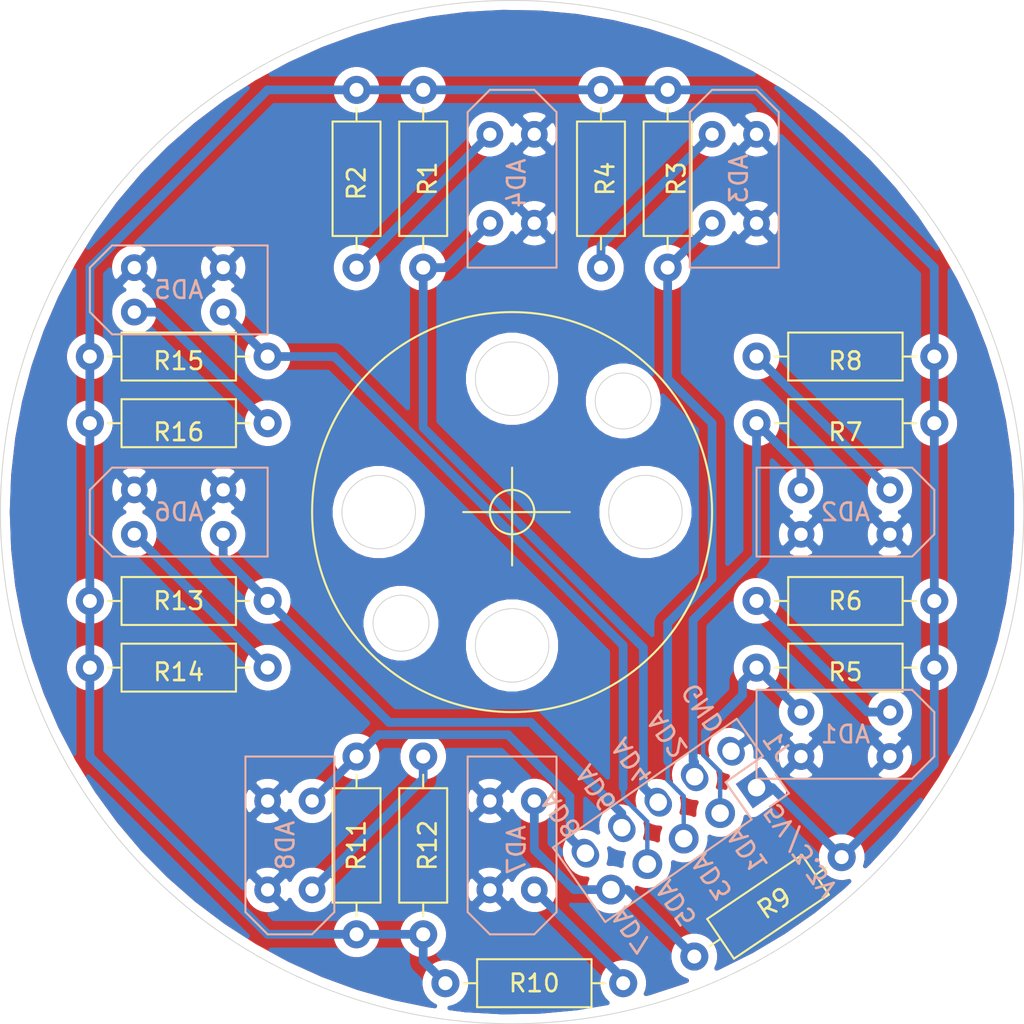
<source format=kicad_pcb>
(kicad_pcb (version 20171130) (host pcbnew "(5.1.5)-3")
  (layers (0 F.Cu signal hide) (31 B.Cu signal hide) (34 B.Paste user hide) (35 F.Paste user hide) (36 B.SilkS user hide) (37 F.SilkS user) (38 B.Mask user hide) (39 F.Mask user hide) (44 Edge.Cuts user))
  (net 0 "")
  (net 1 +5V)
  (net 2 GND)
  (net 3 "Net-(AD1-Pad4)")
  (net 4 "Net-(AD1-Pad1)")
  (net 5 "Net-(AD2-Pad4)")
  (net 6 "Net-(AD2-Pad1)")
  (net 7 "Net-(AD3-Pad4)")
  (net 8 "Net-(AD3-Pad1)")
  (net 9 "Net-(AD4-Pad4)")
  (net 10 "Net-(AD4-Pad1)")
  (net 11 "Net-(AD5-Pad4)")
  (net 12 "Net-(AD5-Pad1)")
  (net 13 "Net-(AD6-Pad4)")
  (net 14 "Net-(AD6-Pad1)")
  (net 15 "Net-(AD7-Pad4)")
  (net 16 "Net-(AD7-Pad1)")
  (net 17 "Net-(AD8-Pad4)")
  (net 18 "Net-(AD8-Pad1)")
  (module Sensor:tcrt5000 (layer B.Cu) (at 151.638 110.998 90)
    (fp_text reference AD7 (at -0.254 -4.826 270) (layer B.SilkS) (effects (justify mirror)))
    (fp_text value tcrt5000)
    (fp_line (start 5.08 -2.54) (end 0 -2.54) (layer B.SilkS) (width 0.12))
    (fp_line (start 5.08 -7.62) (end 5.08 -2.54) (layer B.SilkS) (width 0.12))
    (fp_line (start -3.81 -7.62) (end 5.08 -7.62) (layer B.SilkS) (width 0.12))
    (fp_line (start -5.08 -6.35) (end -3.81 -7.62) (layer B.SilkS) (width 0.12))
    (fp_line (start -5.08 -3.81) (end -5.08 -6.35) (layer B.SilkS) (width 0.12))
    (fp_line (start -3.81 -2.54) (end -5.08 -3.81) (layer B.SilkS) (width 0.12))
    (fp_line (start 0 -2.54) (end -3.81 -2.54) (layer B.SilkS) (width 0.12))
    (pad 4 thru_hole circle (at 2.54 -3.81 90) (size 1.524 1.524) (drill 0.762) (layers *.Cu *.Mask) (net 15 "Net-(AD7-Pad4)"))
    (pad 3 thru_hole circle (at 2.54 -6.35 90) (size 1.524 1.524) (drill 0.762) (layers *.Cu *.Mask) (net 2 GND))
    (pad 2 thru_hole circle (at -2.54 -6.35 90) (size 1.524 1.524) (drill 0.762) (layers *.Cu *.Mask) (net 2 GND))
    (pad 1 thru_hole circle (at -2.54 -3.81 90) (size 1.524 1.524) (drill 0.762) (layers *.Cu *.Mask) (net 16 "Net-(AD7-Pad1)"))
  )
  (module Connector_PinHeader_2.54mm:PinHeader_2x05_P2.54mm_Vertical (layer B.Cu) (at 160.528 107.696 125)
    (fp_text reference J1 (at 1.27 2.33 305) (layer B.SilkS) (effects (justify mirror)))
    (fp_text value Conn_02x05_Top_Bottom)
    (fp_line (start -1.33 -11.49) (end 3.87 -11.49) (layer B.SilkS) (width 0.12))
    (fp_line (start -1.33 -1.27) (end -1.33 -11.49) (layer B.SilkS) (width 0.12))
    (fp_line (start 3.87 1.33) (end 3.87 -11.49) (layer B.SilkS) (width 0.12))
    (fp_line (start -1.33 -1.27) (end 1.27 -1.27) (layer B.SilkS) (width 0.12))
    (fp_line (start 1.27 -1.27) (end 1.27 1.33) (layer B.SilkS) (width 0.12))
    (fp_line (start 1.27 1.33) (end 3.87 1.33) (layer B.SilkS) (width 0.12))
    (fp_line (start -1.33 0) (end -1.33 1.33) (layer B.SilkS) (width 0.12))
    (fp_line (start -1.33 1.33) (end 0 1.33) (layer B.SilkS) (width 0.12))
    (pad 1 thru_hole rect (at 0 0 125) (size 1.7 1.7) (drill 1) (layers *.Cu *.Mask) (net 1 +5V))
    (pad 2 thru_hole oval (at 2.54 0 125) (size 1.7 1.4) (drill 1) (layers *.Cu *.Mask) (net 2 GND))
    (pad 3 thru_hole oval (at 0 -2.54 125) (size 1.7 1.7) (drill 1) (layers *.Cu *.Mask) (net 3 "Net-(AD1-Pad4)"))
    (pad 4 thru_hole oval (at 2.54 -2.54 125) (size 1.7 1.4) (drill 1) (layers *.Cu *.Mask) (net 5 "Net-(AD2-Pad4)"))
    (pad 5 thru_hole oval (at 0 -5.08 125) (size 1.7 1.7) (drill 1) (layers *.Cu *.Mask) (net 7 "Net-(AD3-Pad4)"))
    (pad 6 thru_hole oval (at 2.54 -5.08 125) (size 1.7 1.4) (drill 1) (layers *.Cu *.Mask) (net 9 "Net-(AD4-Pad4)"))
    (pad 7 thru_hole oval (at 0 -7.62 125) (size 1.7 1.7) (drill 1) (layers *.Cu *.Mask) (net 11 "Net-(AD5-Pad4)"))
    (pad 8 thru_hole oval (at 2.54 -7.62 125) (size 1.7 1.4) (drill 1) (layers *.Cu *.Mask) (net 13 "Net-(AD6-Pad4)"))
    (pad 9 thru_hole oval (at 0 -10.16 125) (size 1.7 1.7) (drill 1) (layers *.Cu *.Mask) (net 15 "Net-(AD7-Pad4)"))
    (pad 10 thru_hole oval (at 2.54 -10.16 125) (size 1.7 1.4) (drill 1) (layers *.Cu *.Mask) (net 17 "Net-(AD8-Pad4)"))
  )
  (module Resistor_THT:R_Axial_DIN0207_L6.3mm_D2.5mm_P10.16mm_Horizontal (layer F.Cu) (at 141.478 67.818 270)
    (fp_text reference R1 (at 5.08 -0.254 90) (layer F.SilkS))
    (fp_text value 1000)
    (fp_line (start 9.12 0) (end 8.35 0) (layer F.SilkS) (width 0.12))
    (fp_line (start 1.04 0) (end 1.81 0) (layer F.SilkS) (width 0.12))
    (fp_line (start 8.35 -1.37) (end 1.81 -1.37) (layer F.SilkS) (width 0.12))
    (fp_line (start 8.35 1.37) (end 8.35 -1.37) (layer F.SilkS) (width 0.12))
    (fp_line (start 1.81 1.37) (end 8.35 1.37) (layer F.SilkS) (width 0.12))
    (fp_line (start 1.81 -1.37) (end 1.81 1.37) (layer F.SilkS) (width 0.12))
    (pad 2 thru_hole oval (at 10.16 0 270) (size 1.6 1.6) (drill 0.8) (layers *.Cu *.Mask) (net 9 "Net-(AD4-Pad4)"))
    (pad 1 thru_hole circle (at 0 0 270) (size 1.6 1.6) (drill 0.8) (layers *.Cu *.Mask) (net 1 +5V))
  )
  (module Resistor_THT:R_Axial_DIN0207_L6.3mm_D2.5mm_P10.16mm_Horizontal (layer F.Cu) (at 132.588 86.868 180)
    (fp_text reference R16 (at 5.08 -0.508) (layer F.SilkS))
    (fp_text value 200)
    (fp_line (start 9.12 0) (end 8.35 0) (layer F.SilkS) (width 0.12))
    (fp_line (start 1.04 0) (end 1.81 0) (layer F.SilkS) (width 0.12))
    (fp_line (start 8.35 -1.37) (end 1.81 -1.37) (layer F.SilkS) (width 0.12))
    (fp_line (start 8.35 1.37) (end 8.35 -1.37) (layer F.SilkS) (width 0.12))
    (fp_line (start 1.81 1.37) (end 8.35 1.37) (layer F.SilkS) (width 0.12))
    (fp_line (start 1.81 -1.37) (end 1.81 1.37) (layer F.SilkS) (width 0.12))
    (pad 2 thru_hole oval (at 10.16 0 180) (size 1.6 1.6) (drill 0.8) (layers *.Cu *.Mask) (net 1 +5V))
    (pad 1 thru_hole circle (at 0 0 180) (size 1.6 1.6) (drill 0.8) (layers *.Cu *.Mask) (net 12 "Net-(AD5-Pad1)"))
  )
  (module Resistor_THT:R_Axial_DIN0207_L6.3mm_D2.5mm_P10.16mm_Horizontal (layer F.Cu) (at 132.588 83.058 180)
    (fp_text reference R15 (at 5.08 -0.254) (layer F.SilkS))
    (fp_text value 1000)
    (fp_line (start 9.12 0) (end 8.35 0) (layer F.SilkS) (width 0.12))
    (fp_line (start 1.04 0) (end 1.81 0) (layer F.SilkS) (width 0.12))
    (fp_line (start 8.35 -1.37) (end 1.81 -1.37) (layer F.SilkS) (width 0.12))
    (fp_line (start 8.35 1.37) (end 8.35 -1.37) (layer F.SilkS) (width 0.12))
    (fp_line (start 1.81 1.37) (end 8.35 1.37) (layer F.SilkS) (width 0.12))
    (fp_line (start 1.81 -1.37) (end 1.81 1.37) (layer F.SilkS) (width 0.12))
    (pad 2 thru_hole oval (at 10.16 0 180) (size 1.6 1.6) (drill 0.8) (layers *.Cu *.Mask) (net 1 +5V))
    (pad 1 thru_hole circle (at 0 0 180) (size 1.6 1.6) (drill 0.8) (layers *.Cu *.Mask) (net 11 "Net-(AD5-Pad4)"))
  )
  (module Resistor_THT:R_Axial_DIN0207_L6.3mm_D2.5mm_P10.16mm_Horizontal (layer F.Cu) (at 132.588 100.838 180)
    (fp_text reference R14 (at 5.08 -0.254) (layer F.SilkS))
    (fp_text value 200)
    (fp_line (start 9.12 0) (end 8.35 0) (layer F.SilkS) (width 0.12))
    (fp_line (start 1.04 0) (end 1.81 0) (layer F.SilkS) (width 0.12))
    (fp_line (start 8.35 -1.37) (end 1.81 -1.37) (layer F.SilkS) (width 0.12))
    (fp_line (start 8.35 1.37) (end 8.35 -1.37) (layer F.SilkS) (width 0.12))
    (fp_line (start 1.81 1.37) (end 8.35 1.37) (layer F.SilkS) (width 0.12))
    (fp_line (start 1.81 -1.37) (end 1.81 1.37) (layer F.SilkS) (width 0.12))
    (pad 2 thru_hole oval (at 10.16 0 180) (size 1.6 1.6) (drill 0.8) (layers *.Cu *.Mask) (net 1 +5V))
    (pad 1 thru_hole circle (at 0 0 180) (size 1.6 1.6) (drill 0.8) (layers *.Cu *.Mask) (net 14 "Net-(AD6-Pad1)"))
  )
  (module Resistor_THT:R_Axial_DIN0207_L6.3mm_D2.5mm_P10.16mm_Horizontal (layer F.Cu) (at 132.588 97.028 180)
    (fp_text reference R13 (at 5.08 0) (layer F.SilkS))
    (fp_text value 1000)
    (fp_line (start 9.12 0) (end 8.35 0) (layer F.SilkS) (width 0.12))
    (fp_line (start 1.04 0) (end 1.81 0) (layer F.SilkS) (width 0.12))
    (fp_line (start 8.35 -1.37) (end 1.81 -1.37) (layer F.SilkS) (width 0.12))
    (fp_line (start 8.35 1.37) (end 8.35 -1.37) (layer F.SilkS) (width 0.12))
    (fp_line (start 1.81 1.37) (end 8.35 1.37) (layer F.SilkS) (width 0.12))
    (fp_line (start 1.81 -1.37) (end 1.81 1.37) (layer F.SilkS) (width 0.12))
    (pad 2 thru_hole oval (at 10.16 0 180) (size 1.6 1.6) (drill 0.8) (layers *.Cu *.Mask) (net 1 +5V))
    (pad 1 thru_hole circle (at 0 0 180) (size 1.6 1.6) (drill 0.8) (layers *.Cu *.Mask) (net 13 "Net-(AD6-Pad4)"))
  )
  (module Resistor_THT:R_Axial_DIN0207_L6.3mm_D2.5mm_P10.16mm_Horizontal (layer F.Cu) (at 141.478 105.918 270)
    (fp_text reference R12 (at 5.08 -0.254 90) (layer F.SilkS))
    (fp_text value 200)
    (fp_line (start 9.12 0) (end 8.35 0) (layer F.SilkS) (width 0.12))
    (fp_line (start 1.04 0) (end 1.81 0) (layer F.SilkS) (width 0.12))
    (fp_line (start 8.35 -1.37) (end 1.81 -1.37) (layer F.SilkS) (width 0.12))
    (fp_line (start 8.35 1.37) (end 8.35 -1.37) (layer F.SilkS) (width 0.12))
    (fp_line (start 1.81 1.37) (end 8.35 1.37) (layer F.SilkS) (width 0.12))
    (fp_line (start 1.81 -1.37) (end 1.81 1.37) (layer F.SilkS) (width 0.12))
    (pad 2 thru_hole oval (at 10.16 0 270) (size 1.6 1.6) (drill 0.8) (layers *.Cu *.Mask) (net 1 +5V))
    (pad 1 thru_hole circle (at 0 0 270) (size 1.6 1.6) (drill 0.8) (layers *.Cu *.Mask) (net 18 "Net-(AD8-Pad1)"))
  )
  (module Resistor_THT:R_Axial_DIN0207_L6.3mm_D2.5mm_P10.16mm_Horizontal (layer F.Cu) (at 137.668 105.918 270)
    (fp_text reference R11 (at 5.08 0 90) (layer F.SilkS))
    (fp_text value 1000)
    (fp_line (start 9.12 0) (end 8.35 0) (layer F.SilkS) (width 0.12))
    (fp_line (start 1.04 0) (end 1.81 0) (layer F.SilkS) (width 0.12))
    (fp_line (start 8.35 -1.37) (end 1.81 -1.37) (layer F.SilkS) (width 0.12))
    (fp_line (start 8.35 1.37) (end 8.35 -1.37) (layer F.SilkS) (width 0.12))
    (fp_line (start 1.81 1.37) (end 8.35 1.37) (layer F.SilkS) (width 0.12))
    (fp_line (start 1.81 -1.37) (end 1.81 1.37) (layer F.SilkS) (width 0.12))
    (pad 2 thru_hole oval (at 10.16 0 270) (size 1.6 1.6) (drill 0.8) (layers *.Cu *.Mask) (net 1 +5V))
    (pad 1 thru_hole circle (at 0 0 270) (size 1.6 1.6) (drill 0.8) (layers *.Cu *.Mask) (net 17 "Net-(AD8-Pad4)"))
  )
  (module Resistor_THT:R_Axial_DIN0207_L6.3mm_D2.5mm_P10.16mm_Horizontal (layer F.Cu) (at 152.908 118.872 180)
    (fp_text reference R10 (at 5.08 0) (layer F.SilkS))
    (fp_text value 200)
    (fp_line (start 9.12 0) (end 8.35 0) (layer F.SilkS) (width 0.12))
    (fp_line (start 1.04 0) (end 1.81 0) (layer F.SilkS) (width 0.12))
    (fp_line (start 8.35 -1.37) (end 1.81 -1.37) (layer F.SilkS) (width 0.12))
    (fp_line (start 8.35 1.37) (end 8.35 -1.37) (layer F.SilkS) (width 0.12))
    (fp_line (start 1.81 1.37) (end 8.35 1.37) (layer F.SilkS) (width 0.12))
    (fp_line (start 1.81 -1.37) (end 1.81 1.37) (layer F.SilkS) (width 0.12))
    (pad 2 thru_hole oval (at 10.16 0 180) (size 1.6 1.6) (drill 0.8) (layers *.Cu *.Mask) (net 1 +5V))
    (pad 1 thru_hole circle (at 0 0 180) (size 1.6 1.6) (drill 0.8) (layers *.Cu *.Mask) (net 16 "Net-(AD7-Pad1)"))
  )
  (module Resistor_THT:R_Axial_DIN0207_L6.3mm_D2.5mm_P10.16mm_Horizontal (layer F.Cu) (at 156.972 117.348 34)
    (fp_text reference R9 (at 5.49478 0.029723 34) (layer F.SilkS))
    (fp_text value 1000)
    (fp_line (start 9.12 0) (end 8.35 0) (layer F.SilkS) (width 0.12))
    (fp_line (start 1.04 0) (end 1.81 0) (layer F.SilkS) (width 0.12))
    (fp_line (start 8.35 -1.37) (end 1.81 -1.37) (layer F.SilkS) (width 0.12))
    (fp_line (start 8.35 1.37) (end 8.35 -1.37) (layer F.SilkS) (width 0.12))
    (fp_line (start 1.81 1.37) (end 8.35 1.37) (layer F.SilkS) (width 0.12))
    (fp_line (start 1.81 -1.37) (end 1.81 1.37) (layer F.SilkS) (width 0.12))
    (pad 2 thru_hole oval (at 10.16 0 34) (size 1.6 1.6) (drill 0.8) (layers *.Cu *.Mask) (net 1 +5V))
    (pad 1 thru_hole circle (at 0 0 34) (size 1.6 1.6) (drill 0.8) (layers *.Cu *.Mask) (net 15 "Net-(AD7-Pad4)"))
  )
  (module Resistor_THT:R_Axial_DIN0207_L6.3mm_D2.5mm_P10.16mm_Horizontal (layer F.Cu) (at 170.688 83.058 180)
    (fp_text reference R8 (at 5.08 -0.254) (layer F.SilkS))
    (fp_text value 200)
    (fp_line (start 9.12 0) (end 8.35 0) (layer F.SilkS) (width 0.12))
    (fp_line (start 1.04 0) (end 1.81 0) (layer F.SilkS) (width 0.12))
    (fp_line (start 8.35 -1.37) (end 1.81 -1.37) (layer F.SilkS) (width 0.12))
    (fp_line (start 8.35 1.37) (end 8.35 -1.37) (layer F.SilkS) (width 0.12))
    (fp_line (start 1.81 1.37) (end 8.35 1.37) (layer F.SilkS) (width 0.12))
    (fp_line (start 1.81 -1.37) (end 1.81 1.37) (layer F.SilkS) (width 0.12))
    (pad 2 thru_hole oval (at 10.16 0 180) (size 1.6 1.6) (drill 0.8) (layers *.Cu *.Mask) (net 6 "Net-(AD2-Pad1)"))
    (pad 1 thru_hole circle (at 0 0 180) (size 1.6 1.6) (drill 0.8) (layers *.Cu *.Mask) (net 1 +5V))
  )
  (module Resistor_THT:R_Axial_DIN0207_L6.3mm_D2.5mm_P10.16mm_Horizontal (layer F.Cu) (at 170.688 86.868 180)
    (fp_text reference R7 (at 5.08 -0.508) (layer F.SilkS))
    (fp_text value 1000)
    (fp_line (start 9.12 0) (end 8.35 0) (layer F.SilkS) (width 0.12))
    (fp_line (start 1.04 0) (end 1.81 0) (layer F.SilkS) (width 0.12))
    (fp_line (start 8.35 -1.37) (end 1.81 -1.37) (layer F.SilkS) (width 0.12))
    (fp_line (start 8.35 1.37) (end 8.35 -1.37) (layer F.SilkS) (width 0.12))
    (fp_line (start 1.81 1.37) (end 8.35 1.37) (layer F.SilkS) (width 0.12))
    (fp_line (start 1.81 -1.37) (end 1.81 1.37) (layer F.SilkS) (width 0.12))
    (pad 2 thru_hole oval (at 10.16 0 180) (size 1.6 1.6) (drill 0.8) (layers *.Cu *.Mask) (net 5 "Net-(AD2-Pad4)"))
    (pad 1 thru_hole circle (at 0 0 180) (size 1.6 1.6) (drill 0.8) (layers *.Cu *.Mask) (net 1 +5V))
  )
  (module Resistor_THT:R_Axial_DIN0207_L6.3mm_D2.5mm_P10.16mm_Horizontal (layer F.Cu) (at 170.688 97.028 180)
    (fp_text reference R6 (at 5.08 0) (layer F.SilkS))
    (fp_text value 200)
    (fp_line (start 9.12 0) (end 8.35 0) (layer F.SilkS) (width 0.12))
    (fp_line (start 1.04 0) (end 1.81 0) (layer F.SilkS) (width 0.12))
    (fp_line (start 8.35 -1.37) (end 1.81 -1.37) (layer F.SilkS) (width 0.12))
    (fp_line (start 8.35 1.37) (end 8.35 -1.37) (layer F.SilkS) (width 0.12))
    (fp_line (start 1.81 1.37) (end 8.35 1.37) (layer F.SilkS) (width 0.12))
    (fp_line (start 1.81 -1.37) (end 1.81 1.37) (layer F.SilkS) (width 0.12))
    (pad 2 thru_hole oval (at 10.16 0 180) (size 1.6 1.6) (drill 0.8) (layers *.Cu *.Mask) (net 4 "Net-(AD1-Pad1)"))
    (pad 1 thru_hole circle (at 0 0 180) (size 1.6 1.6) (drill 0.8) (layers *.Cu *.Mask) (net 1 +5V))
  )
  (module Resistor_THT:R_Axial_DIN0207_L6.3mm_D2.5mm_P10.16mm_Horizontal (layer F.Cu) (at 160.528 100.838)
    (fp_text reference R5 (at 5.08 0.254) (layer F.SilkS))
    (fp_text value 1000)
    (fp_line (start 9.12 0) (end 8.35 0) (layer F.SilkS) (width 0.12))
    (fp_line (start 1.04 0) (end 1.81 0) (layer F.SilkS) (width 0.12))
    (fp_line (start 8.35 -1.37) (end 1.81 -1.37) (layer F.SilkS) (width 0.12))
    (fp_line (start 8.35 1.37) (end 8.35 -1.37) (layer F.SilkS) (width 0.12))
    (fp_line (start 1.81 1.37) (end 8.35 1.37) (layer F.SilkS) (width 0.12))
    (fp_line (start 1.81 -1.37) (end 1.81 1.37) (layer F.SilkS) (width 0.12))
    (pad 2 thru_hole oval (at 10.16 0) (size 1.6 1.6) (drill 0.8) (layers *.Cu *.Mask) (net 1 +5V))
    (pad 1 thru_hole circle (at 0 0) (size 1.6 1.6) (drill 0.8) (layers *.Cu *.Mask) (net 3 "Net-(AD1-Pad4)"))
  )
  (module Resistor_THT:R_Axial_DIN0207_L6.3mm_D2.5mm_P10.16mm_Horizontal (layer F.Cu) (at 151.638 67.818 270)
    (fp_text reference R4 (at 5.08 -0.254 90) (layer F.SilkS))
    (fp_text value 200)
    (fp_line (start 9.12 0) (end 8.35 0) (layer F.SilkS) (width 0.12))
    (fp_line (start 1.04 0) (end 1.81 0) (layer F.SilkS) (width 0.12))
    (fp_line (start 8.35 -1.37) (end 1.81 -1.37) (layer F.SilkS) (width 0.12))
    (fp_line (start 8.35 1.37) (end 8.35 -1.37) (layer F.SilkS) (width 0.12))
    (fp_line (start 1.81 1.37) (end 8.35 1.37) (layer F.SilkS) (width 0.12))
    (fp_line (start 1.81 -1.37) (end 1.81 1.37) (layer F.SilkS) (width 0.12))
    (pad 2 thru_hole oval (at 10.16 0 270) (size 1.6 1.6) (drill 0.8) (layers *.Cu *.Mask) (net 8 "Net-(AD3-Pad1)"))
    (pad 1 thru_hole circle (at 0 0 270) (size 1.6 1.6) (drill 0.8) (layers *.Cu *.Mask) (net 1 +5V))
  )
  (module Resistor_THT:R_Axial_DIN0207_L6.3mm_D2.5mm_P10.16mm_Horizontal (layer F.Cu) (at 155.448 67.818 270)
    (fp_text reference R3 (at 5.08 -0.508 90) (layer F.SilkS))
    (fp_text value 1000)
    (fp_line (start 9.12 0) (end 8.35 0) (layer F.SilkS) (width 0.12))
    (fp_line (start 1.04 0) (end 1.81 0) (layer F.SilkS) (width 0.12))
    (fp_line (start 8.35 -1.37) (end 1.81 -1.37) (layer F.SilkS) (width 0.12))
    (fp_line (start 8.35 1.37) (end 8.35 -1.37) (layer F.SilkS) (width 0.12))
    (fp_line (start 1.81 1.37) (end 8.35 1.37) (layer F.SilkS) (width 0.12))
    (fp_line (start 1.81 -1.37) (end 1.81 1.37) (layer F.SilkS) (width 0.12))
    (pad 2 thru_hole oval (at 10.16 0 270) (size 1.6 1.6) (drill 0.8) (layers *.Cu *.Mask) (net 7 "Net-(AD3-Pad4)"))
    (pad 1 thru_hole circle (at 0 0 270) (size 1.6 1.6) (drill 0.8) (layers *.Cu *.Mask) (net 1 +5V))
  )
  (module Resistor_THT:R_Axial_DIN0207_L6.3mm_D2.5mm_P10.16mm_Horizontal (layer F.Cu) (at 137.668 67.818 270)
    (fp_text reference R2 (at 5.334 0 90) (layer F.SilkS))
    (fp_text value 200)
    (fp_line (start 9.12 0) (end 8.35 0) (layer F.SilkS) (width 0.12))
    (fp_line (start 1.04 0) (end 1.81 0) (layer F.SilkS) (width 0.12))
    (fp_line (start 8.35 -1.37) (end 1.81 -1.37) (layer F.SilkS) (width 0.12))
    (fp_line (start 8.35 1.37) (end 8.35 -1.37) (layer F.SilkS) (width 0.12))
    (fp_line (start 1.81 1.37) (end 8.35 1.37) (layer F.SilkS) (width 0.12))
    (fp_line (start 1.81 -1.37) (end 1.81 1.37) (layer F.SilkS) (width 0.12))
    (pad 2 thru_hole oval (at 10.16 0 270) (size 1.6 1.6) (drill 0.8) (layers *.Cu *.Mask) (net 10 "Net-(AD4-Pad1)"))
    (pad 1 thru_hole circle (at 0 0 270) (size 1.6 1.6) (drill 0.8) (layers *.Cu *.Mask) (net 1 +5V))
  )
  (module Sensor:tcrt5000 (layer B.Cu) (at 127.508 84.328)
    (fp_text reference AD5 (at 0 -5.08) (layer B.SilkS) (effects (justify mirror)))
    (fp_text value tcrt5000)
    (fp_line (start 5.08 -2.54) (end 0 -2.54) (layer B.SilkS) (width 0.12))
    (fp_line (start 5.08 -7.62) (end 5.08 -2.54) (layer B.SilkS) (width 0.12))
    (fp_line (start -3.81 -7.62) (end 5.08 -7.62) (layer B.SilkS) (width 0.12))
    (fp_line (start -5.08 -6.35) (end -3.81 -7.62) (layer B.SilkS) (width 0.12))
    (fp_line (start -5.08 -3.81) (end -5.08 -6.35) (layer B.SilkS) (width 0.12))
    (fp_line (start -3.81 -2.54) (end -5.08 -3.81) (layer B.SilkS) (width 0.12))
    (fp_line (start 0 -2.54) (end -3.81 -2.54) (layer B.SilkS) (width 0.12))
    (pad 4 thru_hole circle (at 2.54 -3.81) (size 1.524 1.524) (drill 0.762) (layers *.Cu *.Mask) (net 11 "Net-(AD5-Pad4)"))
    (pad 3 thru_hole circle (at 2.54 -6.35) (size 1.524 1.524) (drill 0.762) (layers *.Cu *.Mask) (net 2 GND))
    (pad 2 thru_hole circle (at -2.54 -6.35) (size 1.524 1.524) (drill 0.762) (layers *.Cu *.Mask) (net 2 GND))
    (pad 1 thru_hole circle (at -2.54 -3.81) (size 1.524 1.524) (drill 0.762) (layers *.Cu *.Mask) (net 12 "Net-(AD5-Pad1)"))
  )
  (module Sensor:tcrt5000 (layer B.Cu) (at 127.508 97.028)
    (fp_text reference AD6 (at 0 -5.08) (layer B.SilkS) (effects (justify mirror)))
    (fp_text value tcrt5000)
    (fp_line (start 5.08 -2.54) (end 0 -2.54) (layer B.SilkS) (width 0.12))
    (fp_line (start 5.08 -7.62) (end 5.08 -2.54) (layer B.SilkS) (width 0.12))
    (fp_line (start -3.81 -7.62) (end 5.08 -7.62) (layer B.SilkS) (width 0.12))
    (fp_line (start -5.08 -6.35) (end -3.81 -7.62) (layer B.SilkS) (width 0.12))
    (fp_line (start -5.08 -3.81) (end -5.08 -6.35) (layer B.SilkS) (width 0.12))
    (fp_line (start -3.81 -2.54) (end -5.08 -3.81) (layer B.SilkS) (width 0.12))
    (fp_line (start 0 -2.54) (end -3.81 -2.54) (layer B.SilkS) (width 0.12))
    (pad 4 thru_hole circle (at 2.54 -3.81) (size 1.524 1.524) (drill 0.762) (layers *.Cu *.Mask) (net 13 "Net-(AD6-Pad4)"))
    (pad 3 thru_hole circle (at 2.54 -6.35) (size 1.524 1.524) (drill 0.762) (layers *.Cu *.Mask) (net 2 GND))
    (pad 2 thru_hole circle (at -2.54 -6.35) (size 1.524 1.524) (drill 0.762) (layers *.Cu *.Mask) (net 2 GND))
    (pad 1 thru_hole circle (at -2.54 -3.81) (size 1.524 1.524) (drill 0.762) (layers *.Cu *.Mask) (net 14 "Net-(AD6-Pad1)"))
  )
  (module Sensor:tcrt5000 (layer B.Cu) (at 138.938 110.998 90)
    (fp_text reference AD8 (at 0 -5.334 270) (layer B.SilkS) (effects (justify mirror)))
    (fp_text value tcrt5000)
    (fp_line (start 5.08 -2.54) (end 0 -2.54) (layer B.SilkS) (width 0.12))
    (fp_line (start 5.08 -7.62) (end 5.08 -2.54) (layer B.SilkS) (width 0.12))
    (fp_line (start -3.81 -7.62) (end 5.08 -7.62) (layer B.SilkS) (width 0.12))
    (fp_line (start -5.08 -6.35) (end -3.81 -7.62) (layer B.SilkS) (width 0.12))
    (fp_line (start -5.08 -3.81) (end -5.08 -6.35) (layer B.SilkS) (width 0.12))
    (fp_line (start -3.81 -2.54) (end -5.08 -3.81) (layer B.SilkS) (width 0.12))
    (fp_line (start 0 -2.54) (end -3.81 -2.54) (layer B.SilkS) (width 0.12))
    (pad 4 thru_hole circle (at 2.54 -3.81 90) (size 1.524 1.524) (drill 0.762) (layers *.Cu *.Mask) (net 17 "Net-(AD8-Pad4)"))
    (pad 3 thru_hole circle (at 2.54 -6.35 90) (size 1.524 1.524) (drill 0.762) (layers *.Cu *.Mask) (net 2 GND))
    (pad 2 thru_hole circle (at -2.54 -6.35 90) (size 1.524 1.524) (drill 0.762) (layers *.Cu *.Mask) (net 2 GND))
    (pad 1 thru_hole circle (at -2.54 -3.81 90) (size 1.524 1.524) (drill 0.762) (layers *.Cu *.Mask) (net 18 "Net-(AD8-Pad1)"))
  )
  (module Sensor:tcrt5000 (layer B.Cu) (at 165.608 99.568 180)
    (fp_text reference AD1 (at 0 -5.08) (layer B.SilkS) (effects (justify mirror)))
    (fp_text value tcrt5000)
    (fp_line (start 5.08 -2.54) (end 0 -2.54) (layer B.SilkS) (width 0.12))
    (fp_line (start 5.08 -7.62) (end 5.08 -2.54) (layer B.SilkS) (width 0.12))
    (fp_line (start -3.81 -7.62) (end 5.08 -7.62) (layer B.SilkS) (width 0.12))
    (fp_line (start -5.08 -6.35) (end -3.81 -7.62) (layer B.SilkS) (width 0.12))
    (fp_line (start -5.08 -3.81) (end -5.08 -6.35) (layer B.SilkS) (width 0.12))
    (fp_line (start -3.81 -2.54) (end -5.08 -3.81) (layer B.SilkS) (width 0.12))
    (fp_line (start 0 -2.54) (end -3.81 -2.54) (layer B.SilkS) (width 0.12))
    (pad 4 thru_hole circle (at 2.54 -3.81 180) (size 1.524 1.524) (drill 0.762) (layers *.Cu *.Mask) (net 3 "Net-(AD1-Pad4)"))
    (pad 3 thru_hole circle (at 2.54 -6.35 180) (size 1.524 1.524) (drill 0.762) (layers *.Cu *.Mask) (net 2 GND))
    (pad 2 thru_hole circle (at -2.54 -6.35 180) (size 1.524 1.524) (drill 0.762) (layers *.Cu *.Mask) (net 2 GND))
    (pad 1 thru_hole circle (at -2.54 -3.81 180) (size 1.524 1.524) (drill 0.762) (layers *.Cu *.Mask) (net 4 "Net-(AD1-Pad1)"))
  )
  (module Sensor:tcrt5000 (layer B.Cu) (at 165.608 86.868 180)
    (fp_text reference AD2 (at 0 -5.08) (layer B.SilkS) (effects (justify mirror)))
    (fp_text value tcrt5000)
    (fp_line (start 5.08 -2.54) (end 0 -2.54) (layer B.SilkS) (width 0.12))
    (fp_line (start 5.08 -7.62) (end 5.08 -2.54) (layer B.SilkS) (width 0.12))
    (fp_line (start -3.81 -7.62) (end 5.08 -7.62) (layer B.SilkS) (width 0.12))
    (fp_line (start -5.08 -6.35) (end -3.81 -7.62) (layer B.SilkS) (width 0.12))
    (fp_line (start -5.08 -3.81) (end -5.08 -6.35) (layer B.SilkS) (width 0.12))
    (fp_line (start -3.81 -2.54) (end -5.08 -3.81) (layer B.SilkS) (width 0.12))
    (fp_line (start 0 -2.54) (end -3.81 -2.54) (layer B.SilkS) (width 0.12))
    (pad 4 thru_hole circle (at 2.54 -3.81 180) (size 1.524 1.524) (drill 0.762) (layers *.Cu *.Mask) (net 5 "Net-(AD2-Pad4)"))
    (pad 3 thru_hole circle (at 2.54 -6.35 180) (size 1.524 1.524) (drill 0.762) (layers *.Cu *.Mask) (net 2 GND))
    (pad 2 thru_hole circle (at -2.54 -6.35 180) (size 1.524 1.524) (drill 0.762) (layers *.Cu *.Mask) (net 2 GND))
    (pad 1 thru_hole circle (at -2.54 -3.81 180) (size 1.524 1.524) (drill 0.762) (layers *.Cu *.Mask) (net 6 "Net-(AD2-Pad1)"))
  )
  (module Sensor:tcrt5000 (layer B.Cu) (at 154.178 72.898 270)
    (fp_text reference AD3 (at 0 -5.334 270) (layer B.SilkS) (effects (justify mirror)))
    (fp_text value tcrt5000)
    (fp_line (start 5.08 -2.54) (end 0 -2.54) (layer B.SilkS) (width 0.12))
    (fp_line (start 5.08 -7.62) (end 5.08 -2.54) (layer B.SilkS) (width 0.12))
    (fp_line (start -3.81 -7.62) (end 5.08 -7.62) (layer B.SilkS) (width 0.12))
    (fp_line (start -5.08 -6.35) (end -3.81 -7.62) (layer B.SilkS) (width 0.12))
    (fp_line (start -5.08 -3.81) (end -5.08 -6.35) (layer B.SilkS) (width 0.12))
    (fp_line (start -3.81 -2.54) (end -5.08 -3.81) (layer B.SilkS) (width 0.12))
    (fp_line (start 0 -2.54) (end -3.81 -2.54) (layer B.SilkS) (width 0.12))
    (pad 4 thru_hole circle (at 2.54 -3.81 270) (size 1.524 1.524) (drill 0.762) (layers *.Cu *.Mask) (net 7 "Net-(AD3-Pad4)"))
    (pad 3 thru_hole circle (at 2.54 -6.35 270) (size 1.524 1.524) (drill 0.762) (layers *.Cu *.Mask) (net 2 GND))
    (pad 2 thru_hole circle (at -2.54 -6.35 270) (size 1.524 1.524) (drill 0.762) (layers *.Cu *.Mask) (net 2 GND))
    (pad 1 thru_hole circle (at -2.54 -3.81 270) (size 1.524 1.524) (drill 0.762) (layers *.Cu *.Mask) (net 8 "Net-(AD3-Pad1)"))
  )
  (module Sensor:tcrt5000 (layer B.Cu) (at 141.478 72.898 270)
    (fp_text reference AD4 (at 0.254 -5.334 270) (layer B.SilkS) (effects (justify mirror)))
    (fp_text value tcrt5000)
    (fp_line (start 5.08 -2.54) (end 0 -2.54) (layer B.SilkS) (width 0.12))
    (fp_line (start 5.08 -7.62) (end 5.08 -2.54) (layer B.SilkS) (width 0.12))
    (fp_line (start -3.81 -7.62) (end 5.08 -7.62) (layer B.SilkS) (width 0.12))
    (fp_line (start -5.08 -6.35) (end -3.81 -7.62) (layer B.SilkS) (width 0.12))
    (fp_line (start -5.08 -3.81) (end -5.08 -6.35) (layer B.SilkS) (width 0.12))
    (fp_line (start -3.81 -2.54) (end -5.08 -3.81) (layer B.SilkS) (width 0.12))
    (fp_line (start 0 -2.54) (end -3.81 -2.54) (layer B.SilkS) (width 0.12))
    (pad 4 thru_hole circle (at 2.54 -3.81 270) (size 1.524 1.524) (drill 0.762) (layers *.Cu *.Mask) (net 9 "Net-(AD4-Pad4)"))
    (pad 3 thru_hole circle (at 2.54 -6.35 270) (size 1.524 1.524) (drill 0.762) (layers *.Cu *.Mask) (net 2 GND))
    (pad 2 thru_hole circle (at -2.54 -6.35 270) (size 1.524 1.524) (drill 0.762) (layers *.Cu *.Mask) (net 2 GND))
    (pad 1 thru_hole circle (at -2.54 -3.81 270) (size 1.524 1.524) (drill 0.762) (layers *.Cu *.Mask) (net 10 "Net-(AD4-Pad1)"))
  )
  (gr_text AD7 (at 153.416 115.824 125) (layer B.SilkS) (effects (font (size 1 1)) (justify mirror)))
  (gr_text AD5 (at 155.956 114.3 125) (layer B.SilkS) (effects (font (size 1 1)) (justify mirror)))
  (gr_text AD3 (at 157.988 112.776 125) (layer B.SilkS) (effects (font (size 1 1)) (justify mirror)))
  (gr_text AD1 (at 160.02 111.252 125) (layer B.SilkS) (effects (font (size 1 1)) (justify mirror)))
  (gr_text 5V/3.3V (at 163.068 111.252 125) (layer B.SilkS) (effects (font (size 1 1)) (justify mirror)))
  (gr_text AD8 (at 149.352 109.22 125) (layer B.SilkS) (effects (font (size 1 1)) (justify mirror)))
  (gr_text AD6 (at 151.384 107.696 125) (layer B.SilkS) (effects (font (size 1 1)) (justify mirror)))
  (gr_text AD4 (at 153.416 106.172 125) (layer B.SilkS) (effects (font (size 1 1)) (justify mirror)))
  (gr_text AD2 (at 155.448 104.648 125) (layer B.SilkS) (effects (font (size 1 1)) (justify mirror)))
  (gr_text GND (at 157.48 103.124 125) (layer B.SilkS) (effects (font (size 1 1)) (justify mirror)))
  (gr_circle (center 140.208 98.298) (end 141.808 98.298) (layer Edge.Cuts) (width 0.05))
  (gr_circle (center 152.908 85.598) (end 154.508 85.598) (layer Edge.Cuts) (width 0.05))
  (gr_circle (center 138.938 91.948) (end 141.038 91.948) (layer Edge.Cuts) (width 0.05))
  (gr_circle (center 154.178 91.948) (end 156.278 91.948) (layer Edge.Cuts) (width 0.05))
  (gr_circle (center 146.558 99.568) (end 148.658 99.568) (layer Edge.Cuts) (width 0.05))
  (gr_circle (center 146.558 84.328) (end 148.658 84.328) (layer Edge.Cuts) (width 0.05))
  (gr_circle (center 146.558 91.948) (end 171.196 76.2) (layer Edge.Cuts) (width 0.05))
  (gr_line (start 146.558 89.408) (end 146.558 94.996) (layer F.SilkS) (width 0.12))
  (gr_line (start 143.764 91.948) (end 149.86 91.948) (layer F.SilkS) (width 0.12))
  (gr_circle (center 146.558 91.948) (end 147.828 91.948) (layer F.SilkS) (width 0.12))
  (gr_circle (center 146.558 91.948) (end 157.988 91.948) (layer F.SilkS) (width 0.12))
  (segment (start 170.688 100.838) (end 170.688 97.028) (width 0.5) (layer B.Cu) (net 1))
  (segment (start 170.688 86.868) (end 170.688 97.028) (width 0.5) (layer B.Cu) (net 1))
  (segment (start 170.688 86.868) (end 170.688 83.058) (width 0.5) (layer B.Cu) (net 1))
  (segment (start 151.638 67.818) (end 155.448 67.818) (width 0.5) (layer B.Cu) (net 1))
  (segment (start 151.638 67.818) (end 141.478 67.818) (width 0.5) (layer B.Cu) (net 1))
  (segment (start 141.478 67.818) (end 137.668 67.818) (width 0.5) (layer B.Cu) (net 1))
  (segment (start 122.428 83.058) (end 122.428 86.868) (width 0.5) (layer B.Cu) (net 1))
  (segment (start 122.428 86.868) (end 122.428 97.028) (width 0.5) (layer B.Cu) (net 1))
  (segment (start 122.428 97.028) (end 122.428 100.838) (width 0.5) (layer B.Cu) (net 1))
  (segment (start 141.478 117.602) (end 142.748 118.872) (width 0.5) (layer B.Cu) (net 1))
  (segment (start 141.478 116.078) (end 141.478 117.602) (width 0.5) (layer B.Cu) (net 1))
  (segment (start 170.688 106.373622) (end 165.395022 111.6666) (width 0.5) (layer B.Cu) (net 1))
  (segment (start 170.688 100.838) (end 170.688 106.373622) (width 0.5) (layer B.Cu) (net 1))
  (segment (start 161.424422 107.696) (end 160.528 107.696) (width 0.5) (layer B.Cu) (net 1))
  (segment (start 165.395022 111.6666) (end 161.424422 107.696) (width 0.5) (layer B.Cu) (net 1))
  (segment (start 141.478 116.078) (end 137.668 116.078) (width 0.5) (layer B.Cu) (net 1))
  (segment (start 155.448 67.818) (end 160.528 67.818) (width 0.5) (layer B.Cu) (net 1))
  (segment (start 170.688 77.978) (end 170.688 83.058) (width 0.5) (layer B.Cu) (net 1))
  (segment (start 160.528 67.818) (end 170.688 77.978) (width 0.5) (layer B.Cu) (net 1))
  (segment (start 122.428 83.058) (end 122.428 77.978) (width 0.5) (layer B.Cu) (net 1))
  (segment (start 132.588 67.818) (end 137.668 67.818) (width 0.5) (layer B.Cu) (net 1))
  (segment (start 122.428 77.978) (end 132.588 67.818) (width 0.5) (layer B.Cu) (net 1))
  (segment (start 137.668 116.078) (end 132.588 116.078) (width 0.5) (layer B.Cu) (net 1))
  (segment (start 122.428 105.918) (end 122.428 100.838) (width 0.5) (layer B.Cu) (net 1))
  (segment (start 132.588 116.078) (end 122.428 105.918) (width 0.5) (layer B.Cu) (net 1))
  (segment (start 160.528 100.838) (end 163.068 103.378) (width 0.5) (layer B.Cu) (net 3))
  (segment (start 158.447354 106.79012) (end 157.48 105.822766) (width 0.25) (layer B.Cu) (net 3))
  (segment (start 158.447354 109.152884) (end 158.447354 106.79012) (width 0.25) (layer B.Cu) (net 3))
  (segment (start 157.48 105.822766) (end 157.48 104.648) (width 0.25) (layer B.Cu) (net 3))
  (segment (start 157.605 104.523) (end 157.605 104.648) (width 0.5) (layer B.Cu) (net 3))
  (segment (start 159.728001 102.399999) (end 157.605 104.523) (width 0.5) (layer B.Cu) (net 3))
  (segment (start 160.528 100.838) (end 159.728001 101.637999) (width 0.5) (layer B.Cu) (net 3))
  (segment (start 159.728001 101.637999) (end 159.728001 102.399999) (width 0.5) (layer B.Cu) (net 3))
  (segment (start 166.878 103.378) (end 160.528 97.028) (width 0.5) (layer B.Cu) (net 4))
  (segment (start 168.148 103.378) (end 166.878 103.378) (width 0.5) (layer B.Cu) (net 4))
  (segment (start 163.068 89.408) (end 160.528 86.868) (width 0.5) (layer B.Cu) (net 5))
  (segment (start 163.068 90.678) (end 163.068 89.408) (width 0.5) (layer B.Cu) (net 5))
  (segment (start 156.90499 106.986758) (end 156.99047 107.072238) (width 0.5) (layer B.Cu) (net 5))
  (segment (start 156.90499 106.170963) (end 156.99047 106.256443) (width 0.5) (layer B.Cu) (net 5))
  (segment (start 156.90499 98.11101) (end 156.90499 106.170963) (width 0.5) (layer B.Cu) (net 5))
  (segment (start 156.99047 106.256443) (end 156.99047 107.072238) (width 0.5) (layer B.Cu) (net 5))
  (segment (start 160.528 86.868) (end 160.528 94.488) (width 0.5) (layer B.Cu) (net 5))
  (segment (start 160.528 94.488) (end 156.90499 98.11101) (width 0.5) (layer B.Cu) (net 5))
  (segment (start 168.148 90.678) (end 160.528 83.058) (width 0.5) (layer B.Cu) (net 6))
  (segment (start 155.448 77.978) (end 157.988 75.438) (width 0.5) (layer B.Cu) (net 7))
  (segment (start 156.366708 108.187478) (end 155.448 107.26877) (width 0.25) (layer B.Cu) (net 7))
  (segment (start 156.366708 110.609768) (end 156.366708 108.187478) (width 0.25) (layer B.Cu) (net 7))
  (segment (start 155.448 107.26877) (end 155.448 106.172) (width 0.25) (layer B.Cu) (net 7))
  (segment (start 155.448 102.108) (end 155.448 106.172) (width 0.5) (layer B.Cu) (net 7))
  (segment (start 155.448 84.328) (end 157.988 86.868) (width 0.5) (layer B.Cu) (net 7))
  (segment (start 155.448 77.978) (end 155.448 84.328) (width 0.5) (layer B.Cu) (net 7))
  (segment (start 157.988 86.868) (end 157.988 95.758) (width 0.5) (layer B.Cu) (net 7))
  (segment (start 157.988 95.758) (end 155.448 98.298) (width 0.5) (layer B.Cu) (net 7))
  (segment (start 155.448 98.298) (end 155.448 102.108) (width 0.5) (layer B.Cu) (net 7))
  (segment (start 151.638 76.708) (end 157.988 70.358) (width 0.5) (layer B.Cu) (net 8))
  (segment (start 151.638 77.978) (end 151.638 76.708) (width 0.5) (layer B.Cu) (net 8))
  (segment (start 142.748 77.978) (end 145.288 75.438) (width 0.5) (layer B.Cu) (net 9))
  (segment (start 141.478 77.978) (end 142.748 77.978) (width 0.5) (layer B.Cu) (net 9))
  (segment (start 141.478 77.978) (end 141.478 87.122) (width 0.5) (layer B.Cu) (net 9))
  (segment (start 154.059824 107.679123) (end 154.909823 108.529122) (width 0.5) (layer B.Cu) (net 9))
  (segment (start 154.059824 99.703824) (end 154.059824 107.679123) (width 0.5) (layer B.Cu) (net 9))
  (segment (start 141.478 87.122) (end 154.059824 99.703824) (width 0.5) (layer B.Cu) (net 9))
  (segment (start 137.668 77.978) (end 145.288 70.358) (width 0.5) (layer B.Cu) (net 10))
  (segment (start 132.588 83.058) (end 130.048 80.518) (width 0.5) (layer B.Cu) (net 11))
  (segment (start 154.286061 109.644362) (end 152.908 108.266301) (width 0.25) (layer B.Cu) (net 11))
  (segment (start 154.286061 112.066652) (end 154.286061 109.644362) (width 0.25) (layer B.Cu) (net 11))
  (segment (start 152.908 108.266301) (end 152.908 107.696) (width 0.25) (layer B.Cu) (net 11))
  (segment (start 152.908 99.568) (end 152.908 107.696) (width 0.5) (layer B.Cu) (net 11))
  (segment (start 132.588 83.058) (end 136.398 83.058) (width 0.5) (layer B.Cu) (net 11))
  (segment (start 136.398 83.058) (end 152.908 99.568) (width 0.5) (layer B.Cu) (net 11))
  (segment (start 126.238 80.518) (end 132.588 86.868) (width 0.5) (layer B.Cu) (net 12))
  (segment (start 124.968 80.518) (end 126.238 80.518) (width 0.5) (layer B.Cu) (net 12))
  (segment (start 130.048 94.488) (end 132.588 97.028) (width 0.5) (layer B.Cu) (net 13))
  (segment (start 130.048 93.218) (end 130.048 94.488) (width 0.5) (layer B.Cu) (net 13))
  (segment (start 132.588 97.028) (end 139.527989 103.967989) (width 0.5) (layer B.Cu) (net 13))
  (segment (start 152.829177 109.170211) (end 152.829177 109.986006) (width 0.5) (layer B.Cu) (net 13))
  (segment (start 147.626955 103.967989) (end 152.829177 109.170211) (width 0.5) (layer B.Cu) (net 13))
  (segment (start 139.527989 103.967989) (end 147.626955 103.967989) (width 0.5) (layer B.Cu) (net 13))
  (segment (start 132.588 100.838) (end 124.968 93.218) (width 0.5) (layer B.Cu) (net 14))
  (segment (start 153.147537 113.523537) (end 152.205415 113.523537) (width 0.5) (layer B.Cu) (net 15))
  (segment (start 156.972 117.348) (end 153.147537 113.523537) (width 0.5) (layer B.Cu) (net 15))
  (segment (start 147.828 108.458) (end 147.828 111.252) (width 0.5) (layer B.Cu) (net 15))
  (segment (start 150.099537 113.523537) (end 152.205415 113.523537) (width 0.5) (layer B.Cu) (net 15))
  (segment (start 147.828 111.252) (end 150.099537 113.523537) (width 0.5) (layer B.Cu) (net 15))
  (segment (start 152.908 118.618) (end 152.908 118.872) (width 0.5) (layer B.Cu) (net 16))
  (segment (start 147.828 113.538) (end 152.908 118.618) (width 0.5) (layer B.Cu) (net 16))
  (segment (start 135.128 108.458) (end 137.668 105.918) (width 0.5) (layer B.Cu) (net 17))
  (segment (start 149.86 110.554359) (end 150.748531 111.44289) (width 0.5) (layer B.Cu) (net 17))
  (segment (start 149.86 108.204) (end 149.86 110.554359) (width 0.5) (layer B.Cu) (net 17))
  (segment (start 146.323999 104.667999) (end 149.86 108.204) (width 0.5) (layer B.Cu) (net 17))
  (segment (start 137.668 105.918) (end 138.918001 104.667999) (width 0.5) (layer B.Cu) (net 17))
  (segment (start 138.918001 104.667999) (end 146.323999 104.667999) (width 0.5) (layer B.Cu) (net 17))
  (segment (start 141.478 107.188) (end 135.128 113.538) (width 0.5) (layer B.Cu) (net 18))
  (segment (start 141.478 105.918) (end 141.478 107.188) (width 0.5) (layer B.Cu) (net 18))
  (zone (net 2) (net_name GND) (layer B.Cu) (connect_pads (clearance 0.508)) (min_thickness 0.254) (fill yes (arc_segments 32) (thermal_gap 0.508) (thermal_bridge_width 0.508))
    (polygon (pts (xy 180.848 71.628) (xy 180.848 100.838) (xy 169.418 127.508) (xy 133.858 124.968) (xy 114.808 109.728) (xy 113.538 83.058) (xy 121.158 69.088) (xy 124.968 64.008) (xy 154.178 58.928)))
  )
  (zone (net 0) (net_name "") (layer B.Cu) (connect_pads (clearance 0.508)) (min_thickness 0.254) (fill yes (arc_segments 32) (thermal_gap 0.508) (thermal_bridge_width 0.508))
    (polygon (pts (xy 177.038 71.628) (xy 182.118 95.758) (xy 164.338 126.238) (xy 130.048 123.698) (xy 113.538 98.298) (xy 118.618 76.708) (xy 124.968 67.818) (xy 144.018 58.928)))
  )
  (zone (net 0) (net_name "") (layer F.Cu) (connect_pads (clearance 0.508)) (min_thickness 0.254) (fill yes (arc_segments 32) (thermal_gap 0.508) (thermal_bridge_width 0.508))
    (polygon (pts (xy 178.816 64.008) (xy 183.896 84.328) (xy 179.324 115.316) (xy 155.956 131.572) (xy 118.872 119.38) (xy 108.204 85.852) (xy 122.936 62.992) (xy 134.62 56.896)))
  )
)
</source>
